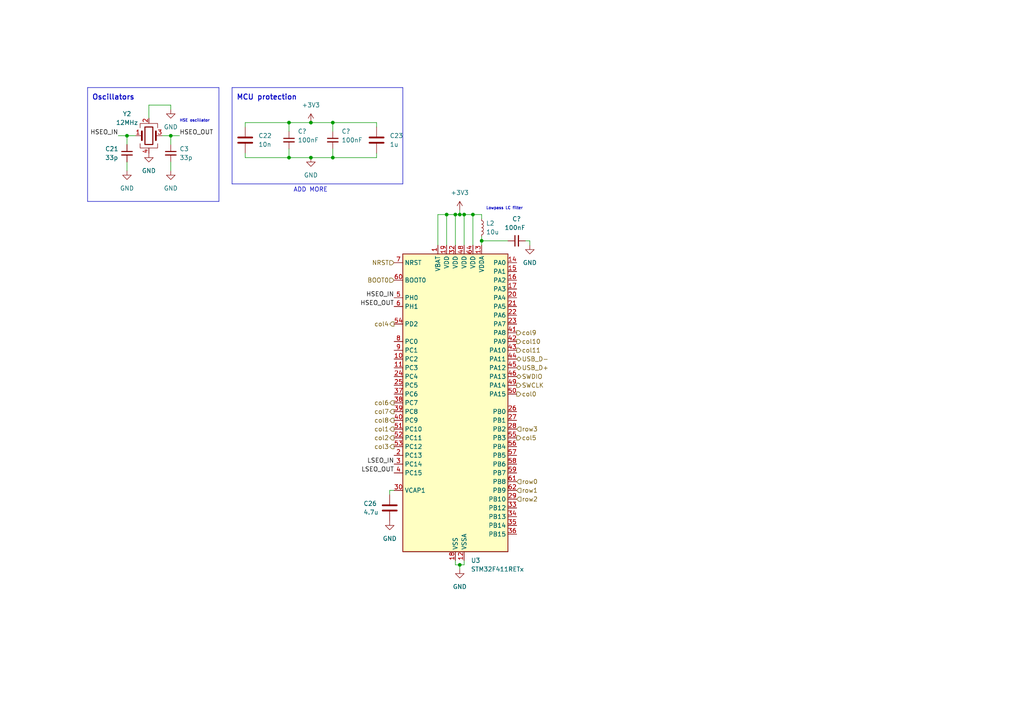
<source format=kicad_sch>
(kicad_sch (version 20230121) (generator eeschema)
  (paper "A4")
  (lib_symbols
    (symbol "Device:C" (pin_numbers hide) (pin_names (offset 0.254))
      (property "Reference" "C" (at 0.635 2.54 0))
      (property "Value" "C" (at 0.635 -2.54 0))
      (symbol "C_0_1"
        (polyline (pts (xy -2.032 -0.762) (xy 2.032 -0.762)) (stroke (width 0.508)))
        (polyline (pts (xy -2.032 0.762) (xy 2.032 0.762)) (stroke (width 0.508)))
      )
      (symbol "C_1_1"
        (pin passive line (at 0 3.81 270) (length 2.794) (name "~") (number "1"))
        (pin passive line (at 0 -3.81 90) (length 2.794) (name "~") (number "2"))
      )
    )
    (symbol "Device:C_Small" (pin_numbers hide) (pin_names (offset 0.254) hide)
      (property "Reference" "C" (at 0.254 1.778 0))
      (property "Value" "C_Small" (at 0.254 -2.032 0))
      (symbol "C_Small_0_1"
        (polyline (pts (xy -1.524 -0.508) (xy 1.524 -0.508)) (stroke (width 0.3302)))
        (polyline (pts (xy -1.524 0.508) (xy 1.524 0.508)) (stroke (width 0.3048)))
      )
      (symbol "C_Small_1_1"
        (pin passive line (at 0 2.54 270) (length 2.032) (name "~") (number "1"))
        (pin passive line (at 0 -2.54 90) (length 2.032) (name "~") (number "2"))
      )
    )
    (symbol "Device:Crystal_GND24" (pin_names (offset 1.016) hide)
      (property "Reference" "Y" (at 3.175 5.08 0))
      (property "Value" "Crystal_GND24" (at 3.175 3.175 0))
      (symbol "Crystal_GND24_0_1"
        (rectangle (start -1.143 2.54) (end 1.143 -2.54) (stroke (width 0.3048)))
        (polyline (pts (xy -2.54 0) (xy -2.032 0)))
        (polyline (pts (xy -2.032 -1.27) (xy -2.032 1.27)) (stroke (width 0.508)))
        (polyline (pts (xy 0 -3.81) (xy 0 -3.556)))
        (polyline (pts (xy 0 3.556) (xy 0 3.81)))
        (polyline (pts (xy 2.032 -1.27) (xy 2.032 1.27)) (stroke (width 0.508)))
        (polyline (pts (xy 2.032 0) (xy 2.54 0)))
        (polyline (pts (xy -2.54 -2.286) (xy -2.54 -3.556) (xy 2.54 -3.556) (xy 2.54 -2.286)))
        (polyline (pts (xy -2.54 2.286) (xy -2.54 3.556) (xy 2.54 3.556) (xy 2.54 2.286)))
      )
      (symbol "Crystal_GND24_1_1"
        (pin passive line (at -3.81 0 0) (length 1.27) (name "1") (number "1"))
        (pin passive line (at 0 5.08 270) (length 1.27) (name "2") (number "2"))
        (pin passive line (at 3.81 0 180) (length 1.27) (name "3") (number "3"))
        (pin passive line (at 0 -5.08 90) (length 1.27) (name "4") (number "4"))
      )
    )
    (symbol "Device:L_Small" (pin_numbers hide) (pin_names (offset 0.254) hide)
      (property "Reference" "L" (at 0.762 1.016 0))
      (property "Value" "L_Small" (at 0.762 -1.016 0))
      (symbol "L_Small_0_1"
        (arc (start 0 -2.032) (mid 0.5058 -1.524) (end 0 -1.016))
        (arc (start 0 -1.016) (mid 0.5058 -0.508) (end 0 0))
        (arc (start 0 0) (mid 0.5058 0.508) (end 0 1.016))
        (arc (start 0 1.016) (mid 0.5058 1.524) (end 0 2.032))
      )
      (symbol "L_Small_1_1"
        (pin passive line (at 0 2.54 270) (length 0.508) (name "~") (number "1"))
        (pin passive line (at 0 -2.54 90) (length 0.508) (name "~") (number "2"))
      )
    )
    (symbol "GND_1" (power) (pin_names (offset 0))
      (property "Value" "GND_1" (at 0 -3.81 0))
      (symbol "GND_1_0_1"
        (polyline (pts (xy 0 0) (xy 0 -1.27) (xy 1.27 -1.27) (xy 0 -2.54) (xy -1.27 -1.27) (xy 0 -1.27)))
      )
      (symbol "GND_1_1_1"
        (pin power_in line (at 0 0 270) (length 0) hide (name "GND") (number "1"))
      )
    )
    (symbol "MCU_ST_STM32F4:STM32F411RETx"
      (property "Reference" "U" (at -15.24 44.45 0))
      (property "Value" "STM32F411RETx" (at 10.16 44.45 0))
      (symbol "STM32F411RETx_0_1"
        (rectangle (start -15.24 -43.18) (end 15.24 43.18) (stroke (width 0.254)) (fill (type background)))
      )
      (symbol "STM32F411RETx_1_1"
        (pin power_in line (at -5.08 45.72 270) (length 2.54) (name "VBAT") (number "1"))
        (pin bidirectional line (at -17.78 12.7 0) (length 2.54) (name "PC2") (number "10"))
        (pin bidirectional line (at -17.78 10.16 0) (length 2.54) (name "PC3") (number "11"))
        (pin power_in line (at 2.54 -45.72 90) (length 2.54) (name "VSSA") (number "12"))
        (pin power_in line (at 7.62 45.72 270) (length 2.54) (name "VDDA") (number "13"))
        (pin bidirectional line (at 17.78 40.64 180) (length 2.54) (name "PA0") (number "14"))
        (pin bidirectional line (at 17.78 38.1 180) (length 2.54) (name "PA1") (number "15"))
        (pin bidirectional line (at 17.78 35.56 180) (length 2.54) (name "PA2") (number "16"))
        (pin bidirectional line (at 17.78 33.02 180) (length 2.54) (name "PA3") (number "17"))
        (pin power_in line (at 0 -45.72 90) (length 2.54) (name "VSS") (number "18"))
        (pin power_in line (at -2.54 45.72 270) (length 2.54) (name "VDD") (number "19"))
        (pin bidirectional line (at -17.78 -15.24 0) (length 2.54) (name "PC13") (number "2"))
        (pin bidirectional line (at 17.78 30.48 180) (length 2.54) (name "PA4") (number "20"))
        (pin bidirectional line (at 17.78 27.94 180) (length 2.54) (name "PA5") (number "21"))
        (pin bidirectional line (at 17.78 25.4 180) (length 2.54) (name "PA6") (number "22"))
        (pin bidirectional line (at 17.78 22.86 180) (length 2.54) (name "PA7") (number "23"))
        (pin bidirectional line (at -17.78 7.62 0) (length 2.54) (name "PC4") (number "24"))
        (pin bidirectional line (at -17.78 5.08 0) (length 2.54) (name "PC5") (number "25"))
        (pin bidirectional line (at 17.78 -2.54 180) (length 2.54) (name "PB0") (number "26"))
        (pin bidirectional line (at 17.78 -5.08 180) (length 2.54) (name "PB1") (number "27"))
        (pin bidirectional line (at 17.78 -7.62 180) (length 2.54) (name "PB2") (number "28"))
        (pin bidirectional line (at 17.78 -27.94 180) (length 2.54) (name "PB10") (number "29"))
        (pin bidirectional line (at -17.78 -17.78 0) (length 2.54) (name "PC14") (number "3"))
        (pin power_out line (at -17.78 -25.4 0) (length 2.54) (name "VCAP1") (number "30"))
        (pin passive line (at 0 -45.72 90) (length 2.54) hide (name "VSS") (number "31"))
        (pin power_in line (at 0 45.72 270) (length 2.54) (name "VDD") (number "32"))
        (pin bidirectional line (at 17.78 -30.48 180) (length 2.54) (name "PB12") (number "33"))
        (pin bidirectional line (at 17.78 -33.02 180) (length 2.54) (name "PB13") (number "34"))
        (pin bidirectional line (at 17.78 -35.56 180) (length 2.54) (name "PB14") (number "35"))
        (pin bidirectional line (at 17.78 -38.1 180) (length 2.54) (name "PB15") (number "36"))
        (pin bidirectional line (at -17.78 2.54 0) (length 2.54) (name "PC6") (number "37"))
        (pin bidirectional line (at -17.78 0 0) (length 2.54) (name "PC7") (number "38"))
        (pin bidirectional line (at -17.78 -2.54 0) (length 2.54) (name "PC8") (number "39"))
        (pin bidirectional line (at -17.78 -20.32 0) (length 2.54) (name "PC15") (number "4"))
        (pin bidirectional line (at -17.78 -5.08 0) (length 2.54) (name "PC9") (number "40"))
        (pin bidirectional line (at 17.78 20.32 180) (length 2.54) (name "PA8") (number "41"))
        (pin bidirectional line (at 17.78 17.78 180) (length 2.54) (name "PA9") (number "42"))
        (pin bidirectional line (at 17.78 15.24 180) (length 2.54) (name "PA10") (number "43"))
        (pin bidirectional line (at 17.78 12.7 180) (length 2.54) (name "PA11") (number "44"))
        (pin bidirectional line (at 17.78 10.16 180) (length 2.54) (name "PA12") (number "45"))
        (pin bidirectional line (at 17.78 7.62 180) (length 2.54) (name "PA13") (number "46"))
        (pin passive line (at 0 -45.72 90) (length 2.54) hide (name "VSS") (number "47"))
        (pin power_in line (at 2.54 45.72 270) (length 2.54) (name "VDD") (number "48"))
        (pin bidirectional line (at 17.78 5.08 180) (length 2.54) (name "PA14") (number "49"))
        (pin bidirectional line (at -17.78 30.48 0) (length 2.54) (name "PH0") (number "5"))
        (pin bidirectional line (at 17.78 2.54 180) (length 2.54) (name "PA15") (number "50"))
        (pin bidirectional line (at -17.78 -7.62 0) (length 2.54) (name "PC10") (number "51"))
        (pin bidirectional line (at -17.78 -10.16 0) (length 2.54) (name "PC11") (number "52"))
        (pin bidirectional line (at -17.78 -12.7 0) (length 2.54) (name "PC12") (number "53"))
        (pin bidirectional line (at -17.78 22.86 0) (length 2.54) (name "PD2") (number "54"))
        (pin bidirectional line (at 17.78 -10.16 180) (length 2.54) (name "PB3") (number "55"))
        (pin bidirectional line (at 17.78 -12.7 180) (length 2.54) (name "PB4") (number "56"))
        (pin bidirectional line (at 17.78 -15.24 180) (length 2.54) (name "PB5") (number "57"))
        (pin bidirectional line (at 17.78 -17.78 180) (length 2.54) (name "PB6") (number "58"))
        (pin bidirectional line (at 17.78 -20.32 180) (length 2.54) (name "PB7") (number "59"))
        (pin bidirectional line (at -17.78 27.94 0) (length 2.54) (name "PH1") (number "6"))
        (pin input line (at -17.78 35.56 0) (length 2.54) (name "BOOT0") (number "60"))
        (pin bidirectional line (at 17.78 -22.86 180) (length 2.54) (name "PB8") (number "61"))
        (pin bidirectional line (at 17.78 -25.4 180) (length 2.54) (name "PB9") (number "62"))
        (pin passive line (at 0 -45.72 90) (length 2.54) hide (name "VSS") (number "63"))
        (pin power_in line (at 5.08 45.72 270) (length 2.54) (name "VDD") (number "64"))
        (pin input line (at -17.78 40.64 0) (length 2.54) (name "NRST") (number "7"))
        (pin bidirectional line (at -17.78 17.78 0) (length 2.54) (name "PC0") (number "8"))
        (pin bidirectional line (at -17.78 15.24 0) (length 2.54) (name "PC1") (number "9"))
      )
    )
    (symbol "power:+3.3V" (power) (pin_names (offset 0))
      (property "Value" "+3.3V" (at 0 3.556 0))
      (symbol "+3.3V_0_1"
        (polyline (pts (xy -0.762 1.27) (xy 0 2.54)))
        (polyline (pts (xy 0 0) (xy 0 2.54)))
        (polyline (pts (xy 0 2.54) (xy 0.762 1.27)))
      )
      (symbol "+3.3V_1_1"
        (pin power_in line (at 0 0 90) (length 0) hide (name "+3V3") (number "1"))
      )
    )
    (symbol "power:GND" (power) (pin_names (offset 0))
      (property "Value" "GND" (at 0 -3.81 0))
      (symbol "GND_0_1"
        (polyline (pts (xy 0 0) (xy 0 -1.27) (xy 1.27 -1.27) (xy 0 -2.54) (xy -1.27 -1.27) (xy 0 -1.27)))
      )
      (symbol "GND_1_1"
        (pin power_in line (at 0 0 270) (length 0) hide (name "GND") (number "1"))
      )
    )
  )
  (junction (at 96.52 35.56))
  (junction (at 83.82 45.72))
  (junction (at 96.52 45.72))
  (junction (at 137.16 62.23))
  (junction (at 49.53 39.37))
  (junction (at 132.08 62.23))
  (junction (at 133.35 62.23))
  (junction (at 83.82 35.56))
  (junction (at 90.17 35.56))
  (junction (at 90.17 45.72))
  (junction (at 134.62 62.23))
  (junction (at 139.7 69.85))
  (junction (at 129.54 62.23))
  (junction (at 36.83 39.37))
  (junction (at 133.35 163.83))
  (wire (pts (xy 90.17 45.72) (xy 96.52 45.72)))
  (wire (pts (xy 71.12 35.56) (xy 71.12 36.83)))
  (wire (pts (xy 43.18 30.48) (xy 49.53 30.48)))
  (polyline (pts (xy 25.4 25.4) (xy 63.5 25.4)))
  (wire (pts (xy 132.08 162.56) (xy 132.08 163.83)))
  (wire (pts (xy 153.67 69.85) (xy 152.4 69.85)))
  (polyline (pts (xy 67.31 25.4) (xy 67.31 53.34)))
  (wire (pts (xy 83.82 35.56) (xy 71.12 35.56)))
  (wire (pts (xy 83.82 43.18) (xy 83.82 45.72)))
  (wire (pts (xy 139.7 62.23) (xy 137.16 62.23)))
  (wire (pts (xy 49.53 30.48) (xy 49.53 31.75)))
  (wire (pts (xy 34.29 39.37) (xy 36.83 39.37)))
  (wire (pts (xy 137.16 62.23) (xy 134.62 62.23)))
  (wire (pts (xy 133.35 163.83) (xy 134.62 163.83)))
  (polyline (pts (xy 63.5 25.4) (xy 63.5 58.42)))
  (wire (pts (xy 134.62 163.83) (xy 134.62 162.56)))
  (wire (pts (xy 137.16 62.23) (xy 137.16 71.12)))
  (wire (pts (xy 71.12 44.45) (xy 71.12 45.72)))
  (wire (pts (xy 133.35 62.23) (xy 132.08 62.23)))
  (wire (pts (xy 129.54 62.23) (xy 127 62.23)))
  (wire (pts (xy 90.17 35.56) (xy 83.82 35.56)))
  (wire (pts (xy 113.03 143.51) (xy 113.03 142.24)))
  (wire (pts (xy 113.03 142.24) (xy 114.3 142.24)))
  (wire (pts (xy 90.17 35.56) (xy 96.52 35.56)))
  (wire (pts (xy 49.53 39.37) (xy 52.07 39.37)))
  (wire (pts (xy 96.52 35.56) (xy 109.22 35.56)))
  (polyline (pts (xy 67.31 53.34) (xy 116.84 53.34)))
  (wire (pts (xy 139.7 68.58) (xy 139.7 69.85)))
  (polyline (pts (xy 67.31 25.4) (xy 116.84 25.4)))
  (wire (pts (xy 132.08 62.23) (xy 129.54 62.23)))
  (wire (pts (xy 36.83 41.91) (xy 36.83 39.37)))
  (wire (pts (xy 134.62 62.23) (xy 134.62 71.12)))
  (wire (pts (xy 96.52 43.18) (xy 96.52 45.72)))
  (wire (pts (xy 153.67 69.85) (xy 153.67 71.12)))
  (wire (pts (xy 109.22 35.56) (xy 109.22 36.83)))
  (wire (pts (xy 43.18 34.29) (xy 43.18 30.48)))
  (wire (pts (xy 129.54 62.23) (xy 129.54 71.12)))
  (wire (pts (xy 83.82 35.56) (xy 83.82 38.1)))
  (wire (pts (xy 49.53 46.99) (xy 49.53 49.53)))
  (wire (pts (xy 133.35 60.96) (xy 133.35 62.23)))
  (wire (pts (xy 71.12 45.72) (xy 83.82 45.72)))
  (wire (pts (xy 83.82 45.72) (xy 90.17 45.72)))
  (wire (pts (xy 127 62.23) (xy 127 71.12)))
  (wire (pts (xy 36.83 46.99) (xy 36.83 49.53)))
  (wire (pts (xy 46.99 39.37) (xy 49.53 39.37)))
  (polyline (pts (xy 116.84 53.34) (xy 116.84 25.4)))
  (wire (pts (xy 96.52 35.56) (xy 96.52 38.1)))
  (wire (pts (xy 96.52 45.72) (xy 109.22 45.72)))
  (wire (pts (xy 133.35 163.83) (xy 133.35 165.1)))
  (polyline (pts (xy 63.5 58.42) (xy 25.4 58.42)))
  (wire (pts (xy 109.22 45.72) (xy 109.22 44.45)))
  (wire (pts (xy 139.7 63.5) (xy 139.7 62.23)))
  (wire (pts (xy 139.7 69.85) (xy 147.32 69.85)))
  (wire (pts (xy 134.62 62.23) (xy 133.35 62.23)))
  (polyline (pts (xy 25.4 25.4) (xy 25.4 58.42)))
  (wire (pts (xy 139.7 69.85) (xy 139.7 71.12)))
  (wire (pts (xy 132.08 163.83) (xy 133.35 163.83)))
  (wire (pts (xy 132.08 62.23) (xy 132.08 71.12)))
  (wire (pts (xy 49.53 39.37) (xy 49.53 41.91)))
  (wire (pts (xy 36.83 39.37) (xy 39.37 39.37)))
  (text "MCU protection" (at 68.58 29.21 0) (effects (font (size 1.5 1.5) (thickness 0.254) bold) (justify left bottom)))
  (text "Lowpass LC filter\n" (at 140.97 60.96 0) (effects (font (size 0.8 0.8)) (justify left bottom)))
  (text "ADD MORE" (at 85.09 55.88 0) (effects (font (size 1.27 1.27)) (justify left bottom)))
  (text "Oscillators" (at 26.67 29.21 0) (effects (font (size 1.5 1.5) (thickness 0.254) bold) (justify left bottom)))
  (text "HSE oscillator\n" (at 52.07 35.56 0) (effects (font (size 0.8 0.8)) (justify left bottom)))
  (label "HSEO_OUT" (at 114.3 88.9 180))
  (label "HSEO_OUT" (at 52.07 39.37 0))
  (label "LSEO_OUT" (at 114.3 137.16 180))
  (label "HSEO_IN" (at 34.29 39.37 180))
  (label "HSEO_IN" (at 114.3 86.36 180))
  (label "LSEO_IN" (at 114.3 134.62 180))
  (hierarchical_label "col8" (shape output) (at 114.3 121.92 180))
  (hierarchical_label "col1" (shape output) (at 114.3 124.46 180))
  (hierarchical_label "SWCLK" (shape output) (at 149.86 111.76 0))
  (hierarchical_label "row2" (shape input) (at 149.86 144.78 0))
  (hierarchical_label "SWDIO" (shape bidirectional) (at 149.86 109.22 0))
  (hierarchical_label "col4" (shape output) (at 114.3 93.98 180))
  (hierarchical_label "col11" (shape output) (at 149.86 101.6 0))
  (hierarchical_label "col3" (shape output) (at 114.3 129.54 180))
  (hierarchical_label "col10" (shape output) (at 149.86 99.06 0))
  (hierarchical_label "col7" (shape output) (at 114.3 119.38 180))
  (hierarchical_label "col6" (shape output) (at 114.3 116.84 180))
  (hierarchical_label "row3" (shape input) (at 149.86 124.46 0))
  (hierarchical_label "USB_D+" (shape bidirectional) (at 149.86 106.68 0))
  (hierarchical_label "USB_D-" (shape bidirectional) (at 149.86 104.14 0))
  (hierarchical_label "NRST" (shape input) (at 114.3 76.2 180))
  (hierarchical_label "col5" (shape output) (at 149.86 127 0))
  (hierarchical_label "col9" (shape output) (at 149.86 96.52 0))
  (hierarchical_label "col2" (shape output) (at 114.3 127 180))
  (hierarchical_label "col0" (shape output) (at 149.86 114.3 0))
  (hierarchical_label "BOOT0" (shape input) (at 114.3 81.28 180))
  (hierarchical_label "row1" (shape input) (at 149.86 142.24 0))
  (hierarchical_label "row0" (shape input) (at 149.86 139.7 0))
  (symbol (lib_name "GND_1") (lib_id "power:GND") (at 133.35 165.1 0) (unit 1)
    (property "Reference" "#PWR027" (effects hide))
    (property "Value" "GND" (at 133.35 170.18 0))
  )
  (symbol (lib_id "Device:C_Small") (at 49.53 44.45 0) (unit 1)
    (property "Reference" "C3" (at 52.07 43.1862 0) (effects (justify left)))
    (property "Value" "33p" (at 52.07 45.7262 0) (effects (justify left)))
    (property "Footprint" "Capacitor_SMD:C_0805_2012Metric" (effects hide))
    (property "Datasheet" "https://jlcpcb.com/partdetail/169035-0805CG330J500NT/C157687" (effects hide))
    (property "LCSC" "C157687" (effects hide))
    (instances (project "neptune" (path "" (reference "C3") (unit 1))) (project "keyboard" (path "" (reference "C8") (unit 1))))
  )
  (symbol (lib_name "GND_1") (lib_id "power:GND") (at 113.03 151.13 0) (unit 1)
    (property "Reference" "#PWR064" (effects hide))
    (property "Value" "GND" (at 113.03 156.21 0))
    (instances (project "neptune" (path "" (reference "#PWR064") (unit 1))) (project "keyboard" (path "" (reference "#PWR025") (unit 1))))
  )
  (symbol (lib_id "Device:C_Small") (at 36.83 44.45 0) (unit 1)
    (property "Reference" "C21" (at 30.48 43.18 0) (effects (justify left)))
    (property "Value" "33p" (at 30.48 45.72 0) (effects (justify left)))
    (property "Footprint" "Capacitor_SMD:C_0805_2012Metric" (effects hide))
    (property "Datasheet" "https://jlcpcb.com/partdetail/169035-0805CG330J500NT/C157687" (effects hide))
    (property "LCSC" "C157687" (effects hide))
    (instances (project "neptune" (path "" (reference "C21") (unit 1))) (project "keyboard" (path "" (reference "C6") (unit 1))))
  )
  (symbol (lib_id "MCU_ST_STM32F4:STM32F411RETx") (at 132.08 116.84 0) (unit 1)
    (property "Reference" "U3" (at 136.5759 162.56 0) (effects (justify left)))
    (property "Value" "STM32F411RETx" (at 136.5759 165.1 0) (effects (justify left)))
    (property "Footprint" "Package_QFP:LQFP-64_10x10mm_P0.5mm" (effects hide))
    (property "Datasheet" "https://www.st.com/resource/en/datasheet/stm32f411re.pdf" (effects hide))
  )
  (symbol (lib_id "power:+3.3V") (at 133.35 60.96 0) (unit 1)
    (property "Reference" "#PWR054" (effects hide))
    (property "Value" "+3.3V" (at 133.35 55.88 0))
    (instances (project "neptune" (path "" (reference "#PWR054") (unit 1))) (project "keyboard" (path "" (reference "#PWR026") (unit 1))))
  )
  (symbol (lib_id "power:GND") (at 153.67 71.12 0) (unit 1)
    (property "Reference" "#PWR058" (effects hide))
    (property "Value" "GND" (at 153.67 76.2 0))
    (instances (project "neptune" (path "" (reference "#PWR058") (unit 1))) (project "keyboard" (path "" (reference "#PWR028") (unit 1))))
  )
  (symbol (lib_id "Device:C") (at 71.12 40.64 0) (unit 1)
    (property "Reference" "C22" (at 74.93 39.3699 0) (effects (justify left)))
    (property "Value" "10n" (at 74.93 41.9099 0) (effects (justify left)))
    (property "Footprint" "Capacitor_SMD:C_0603_1608Metric" (effects hide))
    (instances (project "neptune" (path "" (reference "C22") (unit 1))) (project "keyboard" (path "" (reference "C10") (unit 1))))
  )
  (symbol (lib_id "Device:C") (at 113.03 147.32 0) (unit 1)
    (property "Reference" "C26" (at 105.41 146.05 0) (effects (justify left)))
    (property "Value" "4.7u" (at 105.41 148.59 0) (effects (justify left)))
    (property "Footprint" "Capacitor_SMD:C_0603_1608Metric" (effects hide))
    (instances (project "neptune" (path "" (reference "C26") (unit 1))) (project "keyboard" (path "" (reference "C14") (unit 1))))
  )
  (symbol (lib_id "power:GND") (at 49.53 31.75 0) (unit 1)
    (property "Reference" "#PWR066" (effects hide))
    (property "Value" "GND" (at 49.53 36.83 0))
    (instances (project "neptune" (path "" (reference "#PWR066") (unit 1))) (project "keyboard" (path "" (reference "#PWR020") (unit 1))))
  )
  (symbol (lib_id "Device:C_Small") (at 96.52 40.64 0) (unit 1)
    (property "Reference" "C?" (at 99.06 38.1 0) (effects (justify left)))
    (property "Value" "100nF" (at 99.06 40.64 0) (effects (justify left)))
    (property "Footprint" "Capacitor_SMD:C_0603_1608Metric" (effects hide))
    (instances (project "neptune" (path "" (reference "C?") (unit 1)) (path "" (reference "C4") (unit 1)) (path "" (reference "C10") (unit 1))) (project "keyboard" (path "" (reference "C12") (unit 1))))
  )
  (symbol (lib_id "power:GND") (at 49.53 49.53 0) (unit 1)
    (property "Reference" "#PWR053" (effects hide))
    (property "Value" "GND" (at 49.53 54.61 0))
    (instances (project "neptune" (path "" (reference "#PWR053") (unit 1))) (project "keyboard" (path "" (reference "#PWR021") (unit 1))))
  )
  (symbol (lib_id "power:GND") (at 36.83 49.53 0) (unit 1)
    (property "Reference" "#PWR052" (effects hide))
    (property "Value" "GND" (at 36.83 54.61 0))
    (instances (project "neptune" (path "" (reference "#PWR052") (unit 1))) (project "keyboard" (path "" (reference "#PWR017") (unit 1))))
  )
  (symbol (lib_id "Device:C") (at 109.22 40.64 0) (unit 1)
    (property "Reference" "C23" (at 113.03 39.3699 0) (effects (justify left)))
    (property "Value" "1u" (at 113.03 41.9099 0) (effects (justify left)))
    (property "Footprint" "Capacitor_SMD:C_0603_1608Metric" (effects hide))
    (instances (project "neptune" (path "" (reference "C23") (unit 1))) (project "keyboard" (path "" (reference "C13") (unit 1))))
  )
  (symbol (lib_id "power:GND") (at 90.17 45.72 0) (unit 1)
    (property "Reference" "#PWR055" (effects hide))
    (property "Value" "GND" (at 90.17 50.8 0))
    (instances (project "neptune" (path "" (reference "#PWR055") (unit 1))) (project "keyboard" (path "" (reference "#PWR024") (unit 1))))
  )
  (symbol (lib_id "power:+3.3V") (at 90.17 35.56 0) (unit 1)
    (property "Reference" "#PWR054" (effects hide))
    (property "Value" "+3.3V" (at 90.17 30.48 0))
    (instances (project "neptune" (path "" (reference "#PWR054") (unit 1))) (project "keyboard" (path "" (reference "#PWR023") (unit 1))))
  )
  (symbol (lib_id "Device:C_Small") (at 83.82 40.64 0) (unit 1)
    (property "Reference" "C?" (at 86.36 38.1 0) (effects (justify left)))
    (property "Value" "100nF" (at 86.36 40.64 0) (effects (justify left)))
    (property "Footprint" "Capacitor_SMD:C_0603_1608Metric" (effects hide))
    (instances (project "neptune" (path "" (reference "C?") (unit 1)) (path "" (reference "C4") (unit 1)) (path "" (reference "C9") (unit 1))) (project "keyboard" (path "" (reference "C11") (unit 1))))
  )
  (symbol (lib_id "Device:Crystal_GND24") (at 43.18 39.37 0) (unit 1)
    (property "Reference" "Y2" (at 36.83 33.02 0))
    (property "Value" "12MHz" (at 36.83 35.56 0))
    (property "Footprint" "Crystal:Crystal_SMD_5032-4Pin_5.0x3.2mm" (effects hide))
    (property "Datasheet" "https://www.digikey.com.au/en/products/detail/ecs-inc/ECS-120-20-30B-TR/813205" (effects hide))
    (instances (project "neptune" (path "" (reference "Y2") (unit 1))) (project "keyboard" (path "" (reference "Y1") (unit 1))))
  )
  (symbol (lib_id "power:GND") (at 43.18 44.45 0) (unit 1)
    (property "Reference" "#PWR065" (effects hide))
    (property "Value" "GND" (at 43.18 49.53 0))
    (instances (project "neptune" (path "" (reference "#PWR065") (unit 1))) (project "keyboard" (path "" (reference "#PWR019") (unit 1))))
  )
  (symbol (lib_id "Device:C_Small") (at 149.86 69.85 90) (unit 1)
    (property "Reference" "C?" (at 151.13 63.5 90) (effects (justify left)))
    (property "Value" "100nF" (at 152.4 66.04 90) (effects (justify left)))
    (property "Footprint" "Capacitor_SMD:C_0603_1608Metric" (effects hide))
    (instances (project "neptune" (path "" (reference "C?") (unit 1)) (path "" (reference "C4") (unit 1)) (path "" (reference "C11") (unit 1))) (project "keyboard" (path "" (reference "C15") (unit 1))))
  )
  (symbol (lib_id "Device:L_Small") (at 139.7 66.04 0) (unit 1)
    (property "Reference" "L2" (at 140.97 64.7699 0) (effects (justify left)))
    (property "Value" "10u" (at 140.97 67.3099 0) (effects (justify left)))
    (property "Footprint" "Inductor_SMD:L_0805_2012Metric" (effects hide))
    (instances (project "neptune" (path "" (reference "L2") (unit 1))) (project "keyboard" (path "" (reference "L1") (unit 1))))
  )
)
</source>
